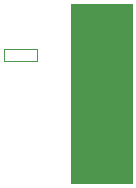
<source format=gbr>
%TF.GenerationSoftware,Altium Limited,Altium Designer,21.2.0 (30)*%
G04 Layer_Color=16711935*
%FSLAX45Y45*%
%MOMM*%
%TF.SameCoordinates,6E67B6D2-48A1-4C3A-8D5B-8FB38F647B41*%
%TF.FilePolarity,Positive*%
%TF.FileFunction,Keep-out,Top*%
%TF.Part,Single*%
G01*
G75*
%TA.AperFunction,NonConductor*%
%ADD65C,0.10000*%
G36*
X3417602Y3798893D02*
X3937602D01*
Y2278893D01*
X3417602D01*
Y3798893D01*
D02*
G37*
D65*
X2846951Y3413780D02*
X3126351D01*
Y3312180D02*
Y3413780D01*
X2846951Y3312180D02*
X3126351D01*
X2846951D02*
Y3413780D01*
%TF.MD5,423df2d0f2f60bdb54ff015bae372ede*%
M02*

</source>
